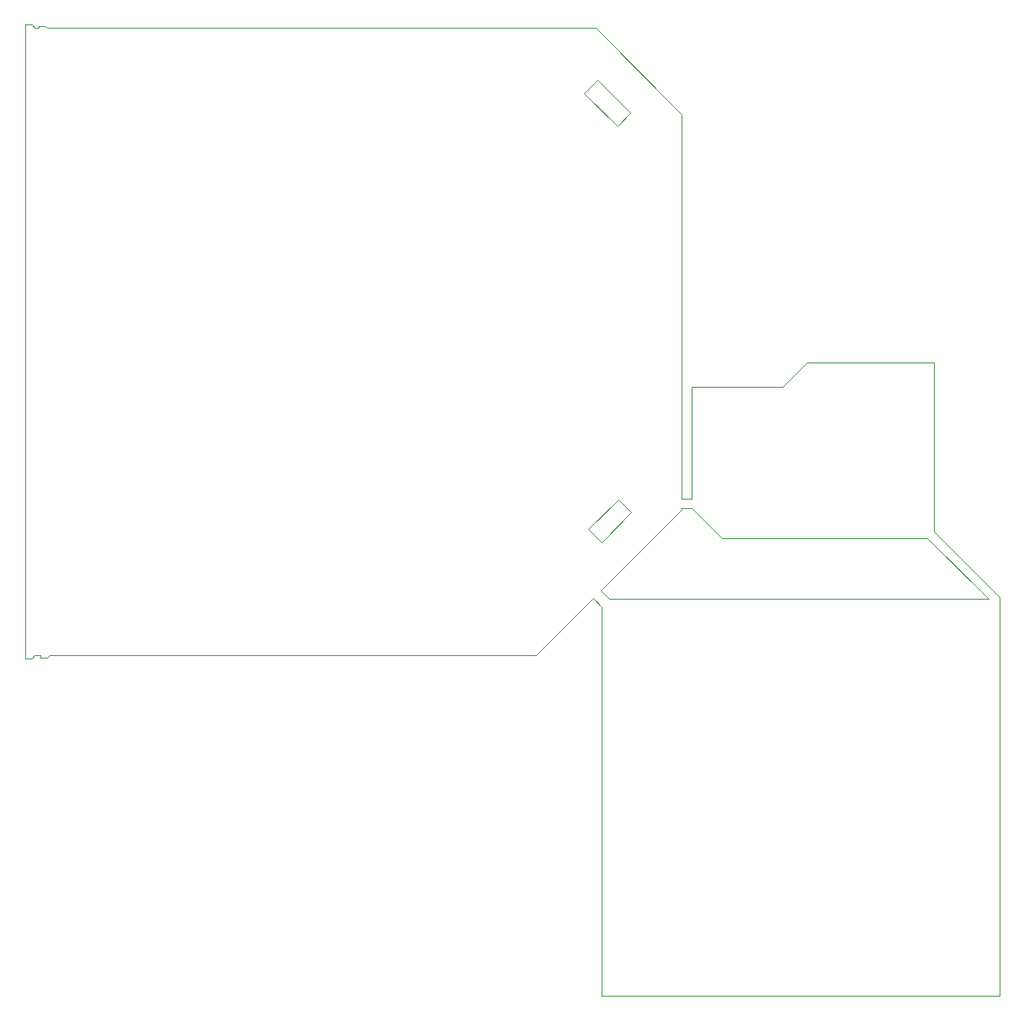
<source format=gbr>
G04 #@! TF.FileFunction,Profile,NP*
%FSLAX46Y46*%
G04 Gerber Fmt 4.6, Leading zero omitted, Abs format (unit mm)*
G04 Created by KiCad (PCBNEW 4.0.2-stable) date Wednesday, February 14, 2018 'PMt' 02:08:58 PM*
%MOMM*%
G01*
G04 APERTURE LIST*
%ADD10C,0.100000*%
G04 APERTURE END LIST*
D10*
X238750000Y-107100000D02*
X221150000Y-107100000D01*
X232625000Y-100975000D02*
X211925000Y-100975000D01*
X238750000Y-107100000D02*
X232625000Y-100975000D01*
X208925000Y-97000000D02*
X208925000Y-92375000D01*
X207900000Y-97000000D02*
X208925000Y-97000000D01*
X199750000Y-106250000D02*
X207900000Y-98100000D01*
X200600000Y-107100000D02*
X219200000Y-107100000D01*
X199750000Y-106250000D02*
X200600000Y-107100000D01*
X199850000Y-107900000D02*
X199850000Y-110500000D01*
X198975000Y-107025000D02*
X199850000Y-107900000D01*
X194350000Y-111650000D02*
X198975000Y-107025000D01*
X233275000Y-100350000D02*
X239850000Y-106925000D01*
X233275000Y-83275000D02*
X233275000Y-100350000D01*
X239850000Y-107100000D02*
X239850000Y-106925000D01*
X207900000Y-58850000D02*
X207900000Y-58300000D01*
X208925000Y-86325000D02*
X208925000Y-85775000D01*
X207900000Y-97975000D02*
X207900000Y-98100000D01*
X208925000Y-97975000D02*
X207900000Y-97975000D01*
X208925000Y-92375000D02*
X208925000Y-86325000D01*
X233275000Y-83275000D02*
X228975000Y-83275000D01*
X218025000Y-85775000D02*
X220525000Y-83275000D01*
X220525000Y-83275000D02*
X228975000Y-83275000D01*
X208925000Y-85775000D02*
X218025000Y-85775000D01*
X208925000Y-97975000D02*
X211925000Y-100975000D01*
X207900000Y-58300000D02*
X199200000Y-49600000D01*
X201400000Y-59550000D02*
X202750000Y-58200000D01*
X198050000Y-56200000D02*
X201400000Y-59550000D01*
X199400000Y-54850000D02*
X202750000Y-58200000D01*
X199400000Y-54850000D02*
X198050000Y-56200000D01*
X207900000Y-90900000D02*
X207900000Y-91450000D01*
X207900000Y-58850000D02*
X207900000Y-72900000D01*
X207900000Y-72900000D02*
X207900000Y-90900000D01*
X207900000Y-94200000D02*
X207900000Y-91450000D01*
X207900000Y-97000000D02*
X207900000Y-94200000D01*
X144000000Y-49600000D02*
X199200000Y-49600000D01*
X143800000Y-49400000D02*
X144000000Y-49600000D01*
X143200000Y-49400000D02*
X143800000Y-49400000D01*
X143200000Y-49600000D02*
X143200000Y-49400000D01*
X142800000Y-49600000D02*
X143200000Y-49600000D01*
X142500000Y-49300000D02*
X142800000Y-49600000D01*
X142300000Y-49300000D02*
X142500000Y-49300000D01*
X141800000Y-49300000D02*
X142300000Y-49300000D01*
X141800000Y-49600000D02*
X141800000Y-49300000D01*
X144250000Y-112800000D02*
X150100000Y-112800000D01*
X144050000Y-113000000D02*
X144250000Y-112800000D01*
X143350000Y-113000000D02*
X144050000Y-113000000D01*
X143350000Y-112800000D02*
X143350000Y-113000000D01*
X142500000Y-113100000D02*
X142800000Y-112800000D01*
X141800000Y-113100000D02*
X142500000Y-113100000D01*
X142800000Y-112800000D02*
X143350000Y-112800000D01*
X201500000Y-97100000D02*
X198500000Y-100100000D01*
X202800000Y-98400000D02*
X201500000Y-97100000D01*
X199800000Y-101400000D02*
X202800000Y-98400000D01*
X198500000Y-100100000D02*
X199800000Y-101400000D01*
X141800000Y-49600000D02*
X141800000Y-112800000D01*
X199850000Y-120900000D02*
X199850000Y-120400000D01*
X221150000Y-107100000D02*
X220650000Y-107100000D01*
X194350000Y-111650000D02*
X193600000Y-112400000D01*
X141800000Y-112800000D02*
X141800000Y-113100000D01*
X193200000Y-112800000D02*
X150100000Y-112800000D01*
X193200000Y-112800000D02*
X193600000Y-112400000D01*
X199850000Y-147100000D02*
X199850000Y-120900000D01*
X199850000Y-110500000D02*
X199850000Y-120400000D01*
X220650000Y-107100000D02*
X219200000Y-107100000D01*
X239850000Y-107100000D02*
X239850000Y-110500000D01*
X239850000Y-110500000D02*
X239850000Y-147100000D01*
X199850000Y-147100000D02*
X239850000Y-147100000D01*
M02*

</source>
